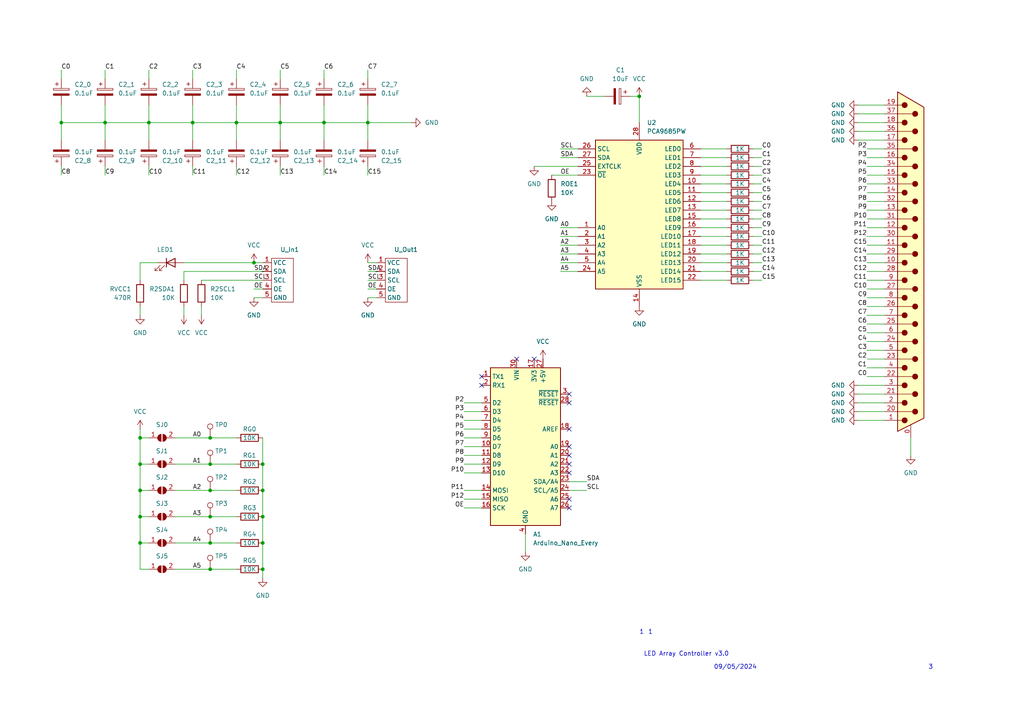
<source format=kicad_sch>
(kicad_sch (version 20230121) (generator eeschema)
  (paper "A4")
  (lib_symbols
    (symbol "Connector:DC37_Plug_MountingHoles" (pin_names (offset 1.016) hide)
      (property "Reference" "J" (at 0 52.705 0))
      (property "Value" "DC37_Plug_MountingHoles" (at 0 50.8 0))
      (symbol "DC37_Plug_MountingHoles_1_1"
        (pin passive line (at 0 -50.8 90) (length 3.81) (name "PAD") (number "0"))
        (pin passive line (at -7.62 -45.72 0) (length 3.81) (name "1") (number "1"))
        (pin passive line (at -7.62 0 0) (length 3.81) (name "10") (number "10"))
        (pin passive line (at -7.62 5.08 0) (length 3.81) (name "11") (number "11"))
        (pin passive line (at -7.62 10.16 0) (length 3.81) (name "12") (number "12"))
        (pin passive line (at -7.62 15.24 0) (length 3.81) (name "13") (number "13"))
        (pin passive line (at -7.62 20.32 0) (length 3.81) (name "14") (number "14"))
        (pin passive line (at -7.62 25.4 0) (length 3.81) (name "15") (number "15"))
        (pin passive line (at -7.62 30.48 0) (length 3.81) (name "16") (number "16"))
        (pin passive line (at -7.62 35.56 0) (length 3.81) (name "17") (number "17"))
        (pin passive line (at -7.62 40.64 0) (length 3.81) (name "18") (number "18"))
        (pin passive line (at -7.62 45.72 0) (length 3.81) (name "19") (number "19"))
        (pin passive line (at -7.62 -40.64 0) (length 3.81) (name "2") (number "2"))
        (pin passive line (at -7.62 -43.18 0) (length 3.81) (name "20") (number "20"))
        (pin passive line (at -7.62 -38.1 0) (length 3.81) (name "21") (number "21"))
        (pin passive line (at -7.62 -33.02 0) (length 3.81) (name "22") (number "22"))
        (pin passive line (at -7.62 -27.94 0) (length 3.81) (name "23") (number "23"))
        (pin passive line (at -7.62 -22.86 0) (length 3.81) (name "24") (number "24"))
        (pin passive line (at -7.62 -17.78 0) (length 3.81) (name "25") (number "25"))
        (pin passive line (at -7.62 -12.7 0) (length 3.81) (name "26") (number "26"))
        (pin passive line (at -7.62 -7.62 0) (length 3.81) (name "27") (number "27"))
        (pin passive line (at -7.62 -2.54 0) (length 3.81) (name "28") (number "28"))
        (pin passive line (at -7.62 2.54 0) (length 3.81) (name "29") (number "29"))
        (pin passive line (at -7.62 -35.56 0) (length 3.81) (name "3") (number "3"))
        (pin passive line (at -7.62 7.62 0) (length 3.81) (name "30") (number "30"))
        (pin passive line (at -7.62 12.7 0) (length 3.81) (name "31") (number "31"))
        (pin passive line (at -7.62 17.78 0) (length 3.81) (name "32") (number "32"))
        (pin passive line (at -7.62 22.86 0) (length 3.81) (name "33") (number "33"))
        (pin passive line (at -7.62 27.94 0) (length 3.81) (name "34") (number "34"))
        (pin passive line (at -7.62 33.02 0) (length 3.81) (name "35") (number "35"))
        (pin passive line (at -7.62 38.1 0) (length 3.81) (name "36") (number "36"))
        (pin passive line (at -7.62 43.18 0) (length 3.81) (name "37") (number "37"))
        (pin passive line (at -7.62 -30.48 0) (length 3.81) (name "4") (number "4"))
        (pin passive line (at -7.62 -25.4 0) (length 3.81) (name "5") (number "5"))
        (pin passive line (at -7.62 -20.32 0) (length 3.81) (name "6") (number "6"))
        (pin passive line (at -7.62 -15.24 0) (length 3.81) (name "7") (number "7"))
        (pin passive line (at -7.62 -10.16 0) (length 3.81) (name "8") (number "8"))
        (pin passive line (at -7.62 -5.08 0) (length 3.81) (name "9") (number "9"))
      )
    )
    (symbol "Connector:TestPoint" (pin_numbers hide) (pin_names (offset 0.762) hide)
      (property "Reference" "TP" (at 0 6.858 0))
      (property "Value" "TestPoint" (at 0 5.08 0))
      (symbol "TestPoint_1_1"
        (pin passive line (at 0 0 90) (length 2.54) (name "1") (number "1"))
      )
    )
    (symbol "Device:C_Polarized" (pin_numbers hide) (pin_names (offset 0.254))
      (property "Reference" "C" (at 0.635 2.54 0))
      (property "Value" "C_Polarized" (at 0.635 -2.54 0))
      (symbol "C_Polarized_1_1"
        (pin passive line (at 0 3.81 270) (length 2.794) (name "~") (number "1"))
        (pin passive line (at 0 -3.81 90) (length 2.794) (name "~") (number "2"))
      )
    )
    (symbol "Device:LED" (pin_numbers hide) (pin_names (offset 1.016) hide)
      (property "Reference" "D" (at 0 2.54 0))
      (property "Value" "LED" (at 0 -2.54 0))
      (symbol "LED_1_1"
        (pin passive line (at -3.81 0 0) (length 2.54) (name "K") (number "1"))
        (pin passive line (at 3.81 0 180) (length 2.54) (name "A") (number "2"))
      )
    )
    (symbol "Device:R" (pin_numbers hide) (pin_names (offset 0))
      (property "Reference" "R" (at 2.032 0 90))
      (property "Value" "R" (at 0 0 90))
      (symbol "R_1_1"
        (pin passive line (at 0 3.81 270) (length 1.27) (name "~") (number "1"))
        (pin passive line (at 0 -3.81 90) (length 1.27) (name "~") (number "2"))
      )
    )
    (symbol "Driver_LED:PCA9685PW"
      (property "Reference" "U" (at -12.7 22.225 0))
      (property "Value" "PCA9685PW" (at 1.27 22.225 0))
      (symbol "PCA9685PW_1_1"
        (pin input line (at -17.78 -5.08 0) (length 5.08) (name "A0") (number "1"))
        (pin output line (at 17.78 7.62 180) (length 5.08) (name "LED4") (number "10"))
        (pin output line (at 17.78 5.08 180) (length 5.08) (name "LED5") (number "11"))
        (pin output line (at 17.78 2.54 180) (length 5.08) (name "LED6") (number "12"))
        (pin output line (at 17.78 0 180) (length 5.08) (name "LED7") (number "13"))
        (pin power_in line (at 0 -27.94 90) (length 5.08) (name "VSS") (number "14"))
        (pin output line (at 17.78 -2.54 180) (length 5.08) (name "LED8") (number "15"))
        (pin output line (at 17.78 -5.08 180) (length 5.08) (name "LED9") (number "16"))
        (pin output line (at 17.78 -7.62 180) (length 5.08) (name "LED10") (number "17"))
        (pin output line (at 17.78 -10.16 180) (length 5.08) (name "LED11") (number "18"))
        (pin output line (at 17.78 -12.7 180) (length 5.08) (name "LED12") (number "19"))
        (pin input line (at -17.78 -7.62 0) (length 5.08) (name "A1") (number "2"))
        (pin output line (at 17.78 -15.24 180) (length 5.08) (name "LED13") (number "20"))
        (pin output line (at 17.78 -17.78 180) (length 5.08) (name "LED14") (number "21"))
        (pin output line (at 17.78 -20.32 180) (length 5.08) (name "LED15") (number "22"))
        (pin input line (at -17.78 10.16 0) (length 5.08) (name "~{OE}") (number "23"))
        (pin input line (at -17.78 -17.78 0) (length 5.08) (name "A5") (number "24"))
        (pin input line (at -17.78 12.7 0) (length 5.08) (name "EXTCLK") (number "25"))
        (pin input line (at -17.78 17.78 0) (length 5.08) (name "SCL") (number "26"))
        (pin bidirectional line (at -17.78 15.24 0) (length 5.08) (name "SDA") (number "27"))
        (pin power_in line (at 0 25.4 270) (length 5.08) (name "VDD") (number "28"))
        (pin input line (at -17.78 -10.16 0) (length 5.08) (name "A2") (number "3"))
        (pin input line (at -17.78 -12.7 0) (length 5.08) (name "A3") (number "4"))
        (pin input line (at -17.78 -15.24 0) (length 5.08) (name "A4") (number "5"))
        (pin output line (at 17.78 17.78 180) (length 5.08) (name "LED0") (number "6"))
        (pin output line (at 17.78 15.24 180) (length 5.08) (name "LED1") (number "7"))
        (pin output line (at 17.78 12.7 180) (length 5.08) (name "LED2") (number "8"))
        (pin output line (at 17.78 10.16 180) (length 5.08) (name "LED3") (number "9"))
      )
    )
    (symbol "Jumper:SolderJumper_2_Open" (pin_names (offset 0) hide)
      (property "Reference" "JP" (at 0 2.032 0))
      (property "Value" "SolderJumper_2_Open" (at 0 -2.54 0))
      (symbol "SolderJumper_2_Open_1_1"
        (pin passive line (at -3.81 0 0) (length 2.54) (name "A") (number "1"))
        (pin passive line (at 3.81 0 180) (length 2.54) (name "B") (number "2"))
      )
    )
    (symbol "MCU_Module:Arduino_Nano_Every"
      (property "Reference" "A" (at -10.16 23.495 0))
      (property "Value" "Arduino_Nano_Every" (at 5.08 -24.13 0))
      (symbol "Arduino_Nano_Every_1_1"
        (pin bidirectional line (at -12.7 20.32 0) (length 2.54) (name "TX1") (number "1"))
        (pin bidirectional line (at -12.7 0 0) (length 2.54) (name "D7") (number "10"))
        (pin bidirectional line (at -12.7 -2.54 0) (length 2.54) (name "D8") (number "11"))
        (pin bidirectional line (at -12.7 -5.08 0) (length 2.54) (name "D9") (number "12"))
        (pin bidirectional line (at -12.7 -7.62 0) (length 2.54) (name "D10") (number "13"))
        (pin bidirectional line (at -12.7 -12.7 0) (length 2.54) (name "MOSI") (number "14"))
        (pin bidirectional line (at -12.7 -15.24 0) (length 2.54) (name "MISO") (number "15"))
        (pin bidirectional line (at -12.7 -17.78 0) (length 2.54) (name "SCK") (number "16"))
        (pin power_out line (at 2.54 25.4 270) (length 2.54) (name "3V3") (number "17"))
        (pin input line (at 12.7 5.08 180) (length 2.54) (name "AREF") (number "18"))
        (pin bidirectional line (at 12.7 0 180) (length 2.54) (name "A0") (number "19"))
        (pin bidirectional line (at -12.7 17.78 0) (length 2.54) (name "RX1") (number "2"))
        (pin bidirectional line (at 12.7 -2.54 180) (length 2.54) (name "A1") (number "20"))
        (pin bidirectional line (at 12.7 -5.08 180) (length 2.54) (name "A2") (number "21"))
        (pin bidirectional line (at 12.7 -7.62 180) (length 2.54) (name "A3") (number "22"))
        (pin bidirectional line (at 12.7 -10.16 180) (length 2.54) (name "SDA/A4") (number "23"))
        (pin bidirectional line (at 12.7 -12.7 180) (length 2.54) (name "SCL/A5") (number "24"))
        (pin bidirectional line (at 12.7 -15.24 180) (length 2.54) (name "A6") (number "25"))
        (pin bidirectional line (at 12.7 -17.78 180) (length 2.54) (name "A7") (number "26"))
        (pin power_out line (at 5.08 25.4 270) (length 2.54) (name "+5V") (number "27"))
        (pin input line (at 12.7 12.7 180) (length 2.54) (name "~{RESET}") (number "28"))
        (pin passive line (at 0 -25.4 90) (length 2.54) hide (name "GND") (number "29"))
        (pin input line (at 12.7 15.24 180) (length 2.54) (name "~{RESET}") (number "3"))
        (pin power_in line (at -2.54 25.4 270) (length 2.54) (name "VIN") (number "30"))
        (pin power_in line (at 0 -25.4 90) (length 2.54) (name "GND") (number "4"))
        (pin bidirectional line (at -12.7 12.7 0) (length 2.54) (name "D2") (number "5"))
        (pin bidirectional line (at -12.7 10.16 0) (length 2.54) (name "D3") (number "6"))
        (pin bidirectional line (at -12.7 7.62 0) (length 2.54) (name "D4") (number "7"))
        (pin bidirectional line (at -12.7 5.08 0) (length 2.54) (name "D5") (number "8"))
        (pin bidirectional line (at -12.7 2.54 0) (length 2.54) (name "D6") (number "9"))
      )
    )
    (symbol "Nano-Driver-Components:Board-Connector"
      (property "Reference" "U" (at 0 10.16 0))
      (symbol "Board-Connector_1_1"
        (pin input line (at -2.54 2.54 0) (length 2.54) (name "VCC") (number "1"))
        (pin input line (at -2.54 0 0) (length 2.54) (name "SDA") (number "2"))
        (pin input line (at -2.54 -2.54 0) (length 2.54) (name "SCL") (number "3"))
        (pin input line (at -2.54 -5.08 0) (length 2.54) (name "OE") (number "4"))
        (pin power_in line (at -2.54 -7.62 0) (length 2.54) (name "GND") (number "5"))
      )
    )
    (symbol "power:GND" (power) (pin_names (offset 0))
      (property "Value" "GND" (at 0 -3.81 0))
      (symbol "GND_1_1"
        (pin power_in line (at 0 0 270) (length 0) hide (name "GND") (number "1"))
      )
    )
    (symbol "power:VCC" (power) (pin_names (offset 0))
      (property "Value" "VCC" (at 0 3.81 0))
      (symbol "VCC_1_1"
        (pin power_in line (at 0 0 90) (length 0) hide (name "VCC") (number "1"))
      )
    )
  )
  (junction (at 68.58 35.56))
  (junction (at 76.2 157.48))
  (junction (at 30.48 35.56))
  (junction (at 60.96 134.62))
  (junction (at 60.96 127))
  (junction (at 40.64 134.62))
  (junction (at 60.96 165.1))
  (junction (at 60.96 142.24))
  (junction (at 40.64 127))
  (junction (at 76.2 142.24))
  (junction (at 40.64 157.48))
  (junction (at 40.64 149.86))
  (junction (at 93.98 35.56))
  (junction (at 55.88 35.56))
  (junction (at 185.42 27.94))
  (junction (at 40.64 142.24))
  (junction (at 81.28 35.56))
  (junction (at 17.78 35.56))
  (junction (at 106.68 35.56))
  (junction (at 60.96 149.86))
  (junction (at 76.2 165.1))
  (junction (at 76.2 134.62))
  (junction (at 73.66 76.2))
  (junction (at 43.18 35.56))
  (junction (at 60.96 157.48))
  (junction (at 76.2 149.86))
  (no_connect (at 149.86 104.14))
  (no_connect (at 165.1 137.16))
  (no_connect (at 165.1 116.84))
  (no_connect (at 165.1 147.32))
  (no_connect (at 165.1 124.46))
  (no_connect (at 165.1 114.3))
  (no_connect (at 165.1 134.62))
  (no_connect (at 165.1 144.78))
  (no_connect (at 154.94 104.14))
  (no_connect (at 165.1 129.54))
  (no_connect (at 139.7 111.76))
  (no_connect (at 139.7 109.22))
  (no_connect (at 165.1 132.08))
  (wire (pts (xy 203.2 43.18) (xy 210.82 43.18)))
  (wire (pts (xy 220.98 63.5) (xy 218.44 63.5)))
  (wire (pts (xy 40.64 157.48) (xy 43.18 157.48)))
  (wire (pts (xy 53.34 91.44) (xy 53.34 88.9)))
  (wire (pts (xy 55.88 20.32) (xy 55.88 22.86)))
  (wire (pts (xy 81.28 20.32) (xy 81.28 22.86)))
  (wire (pts (xy 40.64 165.1) (xy 43.18 165.1)))
  (wire (pts (xy 50.8 127) (xy 60.96 127)))
  (wire (pts (xy 50.8 157.48) (xy 60.96 157.48)))
  (wire (pts (xy 248.92 111.76) (xy 256.54 111.76)))
  (wire (pts (xy 251.46 91.44) (xy 256.54 91.44)))
  (wire (pts (xy 251.46 60.96) (xy 256.54 60.96)))
  (wire (pts (xy 220.98 53.34) (xy 218.44 53.34)))
  (wire (pts (xy 251.46 109.22) (xy 256.54 109.22)))
  (wire (pts (xy 40.64 157.48) (xy 40.64 165.1)))
  (wire (pts (xy 106.68 76.2) (xy 109.22 76.2)))
  (wire (pts (xy 68.58 30.48) (xy 68.58 35.56)))
  (wire (pts (xy 53.34 78.74) (xy 76.2 78.74)))
  (wire (pts (xy 40.64 127) (xy 43.18 127)))
  (wire (pts (xy 162.56 45.72) (xy 167.64 45.72)))
  (wire (pts (xy 76.2 127) (xy 76.2 134.62)))
  (wire (pts (xy 248.92 30.48) (xy 256.54 30.48)))
  (wire (pts (xy 53.34 76.2) (xy 73.66 76.2)))
  (wire (pts (xy 251.46 86.36) (xy 256.54 86.36)))
  (wire (pts (xy 251.46 106.68) (xy 256.54 106.68)))
  (wire (pts (xy 251.46 43.18) (xy 256.54 43.18)))
  (wire (pts (xy 251.46 96.52) (xy 256.54 96.52)))
  (wire (pts (xy 68.58 165.1) (xy 60.96 165.1)))
  (wire (pts (xy 162.56 43.18) (xy 167.64 43.18)))
  (wire (pts (xy 134.62 121.92) (xy 139.7 121.92)))
  (wire (pts (xy 203.2 63.5) (xy 210.82 63.5)))
  (wire (pts (xy 251.46 63.5) (xy 256.54 63.5)))
  (wire (pts (xy 203.2 55.88) (xy 210.82 55.88)))
  (wire (pts (xy 162.56 78.74) (xy 167.64 78.74)))
  (wire (pts (xy 248.92 114.3) (xy 256.54 114.3)))
  (wire (pts (xy 220.98 45.72) (xy 218.44 45.72)))
  (wire (pts (xy 17.78 40.64) (xy 17.78 35.56)))
  (wire (pts (xy 134.62 137.16) (xy 139.7 137.16)))
  (wire (pts (xy 68.58 157.48) (xy 60.96 157.48)))
  (wire (pts (xy 220.98 78.74) (xy 218.44 78.74)))
  (wire (pts (xy 220.98 71.12) (xy 218.44 71.12)))
  (wire (pts (xy 203.2 68.58) (xy 210.82 68.58)))
  (wire (pts (xy 30.48 30.48) (xy 30.48 35.56)))
  (wire (pts (xy 81.28 50.8) (xy 81.28 48.26)))
  (wire (pts (xy 248.92 116.84) (xy 256.54 116.84)))
  (wire (pts (xy 93.98 30.48) (xy 93.98 35.56)))
  (wire (pts (xy 251.46 76.2) (xy 256.54 76.2)))
  (wire (pts (xy 162.56 68.58) (xy 167.64 68.58)))
  (wire (pts (xy 40.64 149.86) (xy 43.18 149.86)))
  (wire (pts (xy 220.98 48.26) (xy 218.44 48.26)))
  (wire (pts (xy 251.46 83.82) (xy 256.54 83.82)))
  (wire (pts (xy 55.88 30.48) (xy 55.88 35.56)))
  (wire (pts (xy 248.92 33.02) (xy 256.54 33.02)))
  (wire (pts (xy 220.98 66.04) (xy 218.44 66.04)))
  (wire (pts (xy 40.64 127) (xy 40.64 134.62)))
  (wire (pts (xy 203.2 48.26) (xy 210.82 48.26)))
  (wire (pts (xy 203.2 81.28) (xy 210.82 81.28)))
  (wire (pts (xy 68.58 149.86) (xy 60.96 149.86)))
  (wire (pts (xy 182.88 27.94) (xy 185.42 27.94)))
  (wire (pts (xy 264.16 132.08) (xy 264.16 127)))
  (wire (pts (xy 43.18 50.8) (xy 43.18 48.26)))
  (wire (pts (xy 76.2 134.62) (xy 76.2 142.24)))
  (wire (pts (xy 185.42 27.94) (xy 185.42 35.56)))
  (wire (pts (xy 93.98 20.32) (xy 93.98 22.86)))
  (wire (pts (xy 134.62 119.38) (xy 139.7 119.38)))
  (wire (pts (xy 50.8 142.24) (xy 60.96 142.24)))
  (wire (pts (xy 40.64 134.62) (xy 40.64 142.24)))
  (wire (pts (xy 248.92 119.38) (xy 256.54 119.38)))
  (wire (pts (xy 106.68 35.56) (xy 106.68 40.64)))
  (wire (pts (xy 203.2 50.8) (xy 210.82 50.8)))
  (wire (pts (xy 251.46 78.74) (xy 256.54 78.74)))
  (wire (pts (xy 162.56 73.66) (xy 167.64 73.66)))
  (wire (pts (xy 73.66 83.82) (xy 76.2 83.82)))
  (wire (pts (xy 43.18 30.48) (xy 43.18 35.56)))
  (wire (pts (xy 152.4 160.02) (xy 152.4 154.94)))
  (wire (pts (xy 76.2 157.48) (xy 76.2 165.1)))
  (wire (pts (xy 73.66 76.2) (xy 76.2 76.2)))
  (wire (pts (xy 203.2 58.42) (xy 210.82 58.42)))
  (wire (pts (xy 68.58 127) (xy 60.96 127)))
  (wire (pts (xy 162.56 66.04) (xy 167.64 66.04)))
  (wire (pts (xy 134.62 124.46) (xy 139.7 124.46)))
  (wire (pts (xy 203.2 71.12) (xy 210.82 71.12)))
  (wire (pts (xy 30.48 50.8) (xy 30.48 48.26)))
  (wire (pts (xy 203.2 53.34) (xy 210.82 53.34)))
  (wire (pts (xy 134.62 129.54) (xy 139.7 129.54)))
  (wire (pts (xy 50.8 149.86) (xy 60.96 149.86)))
  (wire (pts (xy 17.78 30.48) (xy 17.78 35.56)))
  (wire (pts (xy 106.68 20.32) (xy 106.68 22.86)))
  (wire (pts (xy 81.28 35.56) (xy 93.98 35.56)))
  (wire (pts (xy 106.68 50.8) (xy 106.68 48.26)))
  (wire (pts (xy 220.98 81.28) (xy 218.44 81.28)))
  (wire (pts (xy 251.46 73.66) (xy 256.54 73.66)))
  (wire (pts (xy 68.58 142.24) (xy 60.96 142.24)))
  (wire (pts (xy 68.58 50.8) (xy 68.58 48.26)))
  (wire (pts (xy 30.48 35.56) (xy 43.18 35.56)))
  (wire (pts (xy 203.2 78.74) (xy 210.82 78.74)))
  (wire (pts (xy 220.98 50.8) (xy 218.44 50.8)))
  (wire (pts (xy 203.2 76.2) (xy 210.82 76.2)))
  (wire (pts (xy 43.18 20.32) (xy 43.18 22.86)))
  (wire (pts (xy 68.58 20.32) (xy 68.58 22.86)))
  (wire (pts (xy 40.64 91.44) (xy 40.64 88.9)))
  (wire (pts (xy 68.58 134.62) (xy 60.96 134.62)))
  (wire (pts (xy 76.2 149.86) (xy 76.2 157.48)))
  (wire (pts (xy 134.62 132.08) (xy 139.7 132.08)))
  (wire (pts (xy 106.68 35.56) (xy 119.38 35.56)))
  (wire (pts (xy 106.68 78.74) (xy 109.22 78.74)))
  (wire (pts (xy 154.94 48.26) (xy 167.64 48.26)))
  (wire (pts (xy 68.58 35.56) (xy 81.28 35.56)))
  (wire (pts (xy 251.46 50.8) (xy 256.54 50.8)))
  (wire (pts (xy 43.18 35.56) (xy 43.18 40.64)))
  (wire (pts (xy 106.68 81.28) (xy 109.22 81.28)))
  (wire (pts (xy 251.46 71.12) (xy 256.54 71.12)))
  (wire (pts (xy 40.64 142.24) (xy 43.18 142.24)))
  (wire (pts (xy 81.28 35.56) (xy 81.28 40.64)))
  (wire (pts (xy 251.46 81.28) (xy 256.54 81.28)))
  (wire (pts (xy 17.78 35.56) (xy 30.48 35.56)))
  (wire (pts (xy 134.62 134.62) (xy 139.7 134.62)))
  (wire (pts (xy 220.98 43.18) (xy 218.44 43.18)))
  (wire (pts (xy 251.46 104.14) (xy 256.54 104.14)))
  (wire (pts (xy 251.46 93.98) (xy 256.54 93.98)))
  (wire (pts (xy 55.88 50.8) (xy 55.88 48.26)))
  (wire (pts (xy 93.98 35.56) (xy 93.98 40.64)))
  (wire (pts (xy 220.98 58.42) (xy 218.44 58.42)))
  (wire (pts (xy 220.98 55.88) (xy 218.44 55.88)))
  (wire (pts (xy 50.8 134.62) (xy 60.96 134.62)))
  (wire (pts (xy 53.34 78.74) (xy 53.34 81.28)))
  (wire (pts (xy 251.46 55.88) (xy 256.54 55.88)))
  (wire (pts (xy 68.58 35.56) (xy 68.58 40.64)))
  (wire (pts (xy 40.64 81.28) (xy 40.64 76.2)))
  (wire (pts (xy 76.2 142.24) (xy 76.2 149.86)))
  (wire (pts (xy 30.48 20.32) (xy 30.48 22.86)))
  (wire (pts (xy 17.78 20.32) (xy 17.78 22.86)))
  (wire (pts (xy 251.46 99.06) (xy 256.54 99.06)))
  (wire (pts (xy 160.02 50.8) (xy 167.64 50.8)))
  (wire (pts (xy 40.64 76.2) (xy 45.72 76.2)))
  (wire (pts (xy 165.1 139.7) (xy 170.18 139.7)))
  (wire (pts (xy 203.2 66.04) (xy 210.82 66.04)))
  (wire (pts (xy 203.2 45.72) (xy 210.82 45.72)))
  (wire (pts (xy 134.62 144.78) (xy 139.7 144.78)))
  (wire (pts (xy 220.98 60.96) (xy 218.44 60.96)))
  (wire (pts (xy 165.1 142.24) (xy 170.18 142.24)))
  (wire (pts (xy 40.64 149.86) (xy 40.64 157.48)))
  (wire (pts (xy 76.2 165.1) (xy 76.2 167.64)))
  (wire (pts (xy 251.46 45.72) (xy 256.54 45.72)))
  (wire (pts (xy 248.92 40.64) (xy 256.54 40.64)))
  (wire (pts (xy 251.46 53.34) (xy 256.54 53.34)))
  (wire (pts (xy 134.62 147.32) (xy 139.7 147.32)))
  (wire (pts (xy 50.8 165.1) (xy 60.96 165.1)))
  (wire (pts (xy 248.92 121.92) (xy 256.54 121.92)))
  (wire (pts (xy 40.64 134.62) (xy 43.18 134.62)))
  (wire (pts (xy 251.46 101.6) (xy 256.54 101.6)))
  (wire (pts (xy 106.68 86.36) (xy 109.22 86.36)))
  (wire (pts (xy 106.68 83.82) (xy 109.22 83.82)))
  (wire (pts (xy 220.98 73.66) (xy 218.44 73.66)))
  (wire (pts (xy 251.46 58.42) (xy 256.54 58.42)))
  (wire (pts (xy 251.46 66.04) (xy 256.54 66.04)))
  (wire (pts (xy 55.88 35.56) (xy 68.58 35.56)))
  (wire (pts (xy 203.2 60.96) (xy 210.82 60.96)))
  (wire (pts (xy 73.66 86.36) (xy 76.2 86.36)))
  (wire (pts (xy 30.48 35.56) (xy 30.48 40.64)))
  (wire (pts (xy 17.78 50.8) (xy 17.78 48.26)))
  (wire (pts (xy 55.88 35.56) (xy 55.88 40.64)))
  (wire (pts (xy 251.46 88.9) (xy 256.54 88.9)))
  (wire (pts (xy 81.28 30.48) (xy 81.28 35.56)))
  (wire (pts (xy 40.64 124.46) (xy 40.64 127)))
  (wire (pts (xy 93.98 50.8) (xy 93.98 48.26)))
  (wire (pts (xy 248.92 38.1) (xy 256.54 38.1)))
  (wire (pts (xy 251.46 48.26) (xy 256.54 48.26)))
  (wire (pts (xy 251.46 68.58) (xy 256.54 68.58)))
  (wire (pts (xy 134.62 142.24) (xy 139.7 142.24)))
  (wire (pts (xy 203.2 73.66) (xy 210.82 73.66)))
  (wire (pts (xy 220.98 76.2) (xy 218.44 76.2)))
  (wire (pts (xy 134.62 116.84) (xy 139.7 116.84)))
  (wire (pts (xy 162.56 71.12) (xy 167.64 71.12)))
  (wire (pts (xy 170.18 27.94) (xy 175.26 27.94)))
  (wire (pts (xy 40.64 142.24) (xy 40.64 149.86)))
  (wire (pts (xy 106.68 30.48) (xy 106.68 35.56)))
  (wire (pts (xy 58.42 81.28) (xy 76.2 81.28)))
  (wire (pts (xy 58.42 91.44) (xy 58.42 88.9)))
  (wire (pts (xy 43.18 35.56) (xy 55.88 35.56)))
  (wire (pts (xy 248.92 35.56) (xy 256.54 35.56)))
  (wire (pts (xy 162.56 76.2) (xy 167.64 76.2)))
  (wire (pts (xy 134.62 127) (xy 139.7 127)))
  (wire (pts (xy 220.98 68.58) (xy 218.44 68.58)))
  (wire (pts (xy 93.98 35.56) (xy 106.68 35.56)))
  (text "1" (at 187.96 184.15 0) (effects (font (size 1.27 1.27)) (justify left bottom)))
  (text "1" (at 185.42 184.15 0) (effects (font (size 1.27 1.27)) (justify left bottom)))
  (text "09/05/2024" (at 207.01 194.31 0) (effects (font (size 1.27 1.27)) (justify left bottom)))
  (text "3" (at 269.24 194.31 0) (effects (font (size 1.27 1.27)) (justify left bottom)))
  (text "LED Array Controller v3.0" (at 186.69 190.5 0) (effects (font (size 1.27 1.27)) (justify left bottom)))
  (label "C14" (at 93.98 50.8 0) (property "Netclass" "C14" (effects hide)))
  (label "C6" (at 251.46 93.98 180) (property "Netclass" "C6" (effects hide)))
  (label "C8" (at 220.98 63.5 0) (property "Netclass" "C8" (effects hide)))
  (label "OE" (at 134.62 147.32 180) (property "Netclass" "OE" (effects hide)))
  (label "C7" (at 220.98 60.96 0) (property "Netclass" "C7" (effects hide)))
  (label "P11" (at 134.62 142.24 180) (property "Netclass" "P11" (effects hide)))
  (label "P3" (at 134.62 119.38 180) (property "Netclass" "P3" (effects hide)))
  (label "A1" (at 162.56 68.58 0) (property "A1" "A1" (effects hide)))
  (label "C10" (at 43.18 50.8 0) (property "Netclass" "C10" (effects hide)))
  (label "SCL" (at 170.18 142.24 0) (property "Netclass" "SCL" (effects hide)))
  (label "P8" (at 251.46 58.42 180) (property "Netclass" "P8" (effects hide)))
  (label "SCL" (at 106.68 81.28 0) (property "Netclass" "SCL" (effects hide)))
  (label "C3" (at 251.46 101.6 180) (property "Netclass" "C3" (effects hide)))
  (label "P8" (at 134.62 132.08 180) (property "Netclass" "P8" (effects hide)))
  (label "C4" (at 68.58 20.32 0) (property "Netclass" "C4" (effects hide)))
  (label "C15" (at 220.98 81.28 0) (property "Netclass" "C15" (effects hide)))
  (label "A4" (at 55.88 157.48 0) (property "A4" "A4" (effects hide)))
  (label "C8" (at 17.78 50.8 0) (property "Netclass" "C8" (effects hide)))
  (label "SCL" (at 162.56 43.18 0) (property "Netclass" "SCL" (effects hide)))
  (label "A0" (at 162.56 66.04 0) (property "A0" "A0" (effects hide)))
  (label "SDA" (at 106.68 78.74 0) (property "Netclass" "SDA" (effects hide)))
  (label "OE" (at 162.56 50.8 0) (property "Netclass" "OE" (effects hide)))
  (label "C1" (at 30.48 20.32 0) (property "Netclass" "C1" (effects hide)))
  (label "A1" (at 55.88 134.62 0) (property "A1" "A1" (effects hide)))
  (label "C2" (at 251.46 104.14 180) (property "Netclass" "C2" (effects hide)))
  (label "C3" (at 220.98 50.8 0) (property "Netclass" "C3" (effects hide)))
  (label "C11" (at 251.46 81.28 180) (property "Netclass" "C11" (effects hide)))
  (label "P5" (at 251.46 50.8 180) (property "Netclass" "P5" (effects hide)))
  (label "P2" (at 251.46 43.18 180) (property "Netclass" "P2" (effects hide)))
  (label "A5" (at 162.56 78.74 0) (property "A5" "A5" (effects hide)))
  (label "A0" (at 55.88 127 0) (property "A0" "A0" (effects hide)))
  (label "A2" (at 55.88 142.24 0) (property "A2" "A2" (effects hide)))
  (label "P10" (at 251.46 63.5 180) (property "Netclass" "P10" (effects hide)))
  (label "P9" (at 251.46 60.96 180) (property "Netclass" "P9" (effects hide)))
  (label "P2" (at 134.62 116.84 180) (property "Netclass" "P2" (effects hide)))
  (label "C0" (at 17.78 20.32 0) (property "Netclass" "C0" (effects hide)))
  (label "C11" (at 220.98 71.12 0) (property "Netclass" "C11" (effects hide)))
  (label "OE" (at 106.68 83.82 0) (property "Netclass" "OE" (effects hide)))
  (label "C9" (at 220.98 66.04 0) (property "Netclass" "C9" (effects hide)))
  (label "P11" (at 251.46 66.04 180) (property "Netclass" "P11" (effects hide)))
  (label "P12" (at 251.46 68.58 180) (property "Netclass" "P12" (effects hide)))
  (label "C7" (at 251.46 91.44 180) (property "Netclass" "C7" (effects hide)))
  (label "A2" (at 162.56 71.12 0) (property "A2" "A2" (effects hide)))
  (label "A3" (at 55.88 149.86 0) (property "A3" "A3" (effects hide)))
  (label "A5" (at 55.88 165.1 0) (property "A5" "A5" (effects hide)))
  (label "C6" (at 93.98 20.32 0) (property "Netclass" "C6" (effects hide)))
  (label "C12" (at 68.58 50.8 0) (property "Netclass" "C12" (effects hide)))
  (label "C10" (at 220.98 68.58 0) (property "Netclass" "C10" (effects hide)))
  (label "P7" (at 251.46 55.88 180) (property "Netclass" "P7" (effects hide)))
  (label "C9" (at 251.46 86.36 180) (property "Netclass" "C9" (effects hide)))
  (label "C3" (at 55.88 20.32 0) (property "Netclass" "C3" (effects hide)))
  (label "C14" (at 220.98 78.74 0) (property "Netclass" "C14" (effects hide)))
  (label "C4" (at 251.46 99.06 180) (property "Netclass" "C4" (effects hide)))
  (label "SDA" (at 162.56 45.72 0) (property "Netclass" "SDA" (effects hide)))
  (label "P12" (at 134.62 144.78 180) (property "Netclass" "P12" (effects hide)))
  (label "C9" (at 30.48 50.8 0) (property "Netclass" "C9" (effects hide)))
  (label "C0" (at 220.98 43.18 0) (property "Netclass" "C0" (effects hide)))
  (label "C13" (at 251.46 76.2 180) (property "Netclass" "C13" (effects hide)))
  (label "C5" (at 251.46 96.52 180) (property "Netclass" "C5" (effects hide)))
  (label "P6" (at 134.62 127 180) (property "Netclass" "P6" (effects hide)))
  (label "SDA" (at 73.66 78.74 0) (property "Netclass" "SDA" (effects hide)))
  (label "C2" (at 220.98 48.26 0) (property "Netclass" "C2" (effects hide)))
  (label "C10" (at 251.46 83.82 180) (property "Netclass" "C10" (effects hide)))
  (label "C15" (at 106.68 50.8 0) (property "Netclass" "C15" (effects hide)))
  (label "C0" (at 251.46 109.22 180) (property "Netclass" "C0" (effects hide)))
  (label "C2" (at 43.18 20.32 0) (property "Netclass" "C2" (effects hide)))
  (label "P4" (at 251.46 48.26 180) (property "Netclass" "P4" (effects hide)))
  (label "A4" (at 162.56 76.2 0) (property "A4" "A4" (effects hide)))
  (label "P9" (at 134.62 134.62 180) (property "Netclass" "P9" (effects hide)))
  (label "SCL" (at 73.66 81.28 0) (property "Netclass" "SCL" (effects hide)))
  (label "C1" (at 220.98 45.72 0) (property "Netclass" "C1" (effects hide)))
  (label "C4" (at 220.98 53.34 0) (property "Netclass" "C4" (effects hide)))
  (label "C11" (at 55.88 50.8 0) (property "Netclass" "C11" (effects hide)))
  (label "P10" (at 134.62 137.16 180) (property "Netclass" "P10" (effects hide)))
  (label "P4" (at 134.62 121.92 180) (property "Netclass" "P4" (effects hide)))
  (label "C5" (at 220.98 55.88 0) (property "Netclass" "C5" (effects hide)))
  (label "C6" (at 220.98 58.42 0) (property "Netclass" "C6" (effects hide)))
  (label "P7" (at 134.62 129.54 180) (property "Netclass" "P7" (effects hide)))
  (label "SDA" (at 170.18 139.7 0) (property "Netclass" "SDA" (effects hide)))
  (label "C13" (at 220.98 76.2 0) (property "Netclass" "C13" (effects hide)))
  (label "C13" (at 81.28 50.8 0) (property "Netclass" "C13" (effects hide)))
  (label "C14" (at 251.46 73.66 180) (property "Netclass" "C14" (effects hide)))
  (label "A3" (at 162.56 73.66 0) (property "A3" "A3" (effects hide)))
  (label "P5" (at 134.62 124.46 180) (property "Netclass" "P5" (effects hide)))
  (label "C15" (at 251.46 71.12 180) (property "Netclass" "C15" (effects hide)))
  (label "P3" (at 251.46 45.72 180) (property "Netclass" "P3" (effects hide)))
  (label "C8" (at 251.46 88.9 180) (property "Netclass" "C8" (effects hide)))
  (label "P6" (at 251.46 53.34 180) (property "Netclass" "P6" (effects hide)))
  (label "C5" (at 81.28 20.32 0) (property "Netclass" "C5" (effects hide)))
  (label "C12" (at 251.46 78.74 180) (property "Netclass" "C12" (effects hide)))
  (label "OE" (at 73.66 83.82 0) (property "Netclass" "OE" (effects hide)))
  (label "C1" (at 251.46 106.68 180) (property "Netclass" "C1" (effects hide)))
  (label "C12" (at 220.98 73.66 0) (property "Netclass" "C12" (effects hide)))
  (label "C7" (at 106.68 20.32 0) (property "Netclass" "C7" (effects hide)))
  (symbol (lib_id "Jumper:SolderJumper_2_Open") (at 46.99 127 0) (unit 1)
    (property "Reference" "SJ0" (at 46.99 123.19 0))
    (property "Value" "SolderJumper_2_Open" (effects hide))
    (property "Footprint" "Jumper:SolderJumper-2_P1.3mm_Open_RoundedPad1.0x1.5mm" (effects hide))
  )
  (symbol (lib_id "Device:R") (at 214.63 55.88 90) (unit 1)
    (property "Reference" "R5" (effects hide))
    (property "Value" "1K" (at 214.63 55.88 90))
    (property "Footprint" "Resistor_SMD:R_0603_1608Metric" (effects hide))
  )
  (symbol (lib_id "MCU_Module:Arduino_Nano_Every") (at 152.4 129.54 0) (unit 1)
    (property "Reference" "A1" (at 154.5941 154.94 0) (effects (justify left)))
    (property "Value" "Arduino_Nano_Every" (at 154.5941 157.48 0) (effects (justify left)))
    (property "Footprint" "Module:Arduino_Nano" (effects hide))
    (property "Datasheet" "https://content.arduino.cc/assets/NANOEveryV3.0_sch.pdf" (effects hide))
  )
  (symbol (lib_id "Connector:TestPoint") (at 60.96 157.48 0) (mirror y) (unit 1)
    (property "Reference" "TP4" (at 66.04 153.67 0) (effects (justify left)))
    (property "Value" "TestPoint" (effects hide))
    (property "Footprint" "TestPoint:TestPoint_THTPad_1.5x1.5mm_Drill0.7mm" (effects hide))
  )
  (symbol (lib_id "power:GND") (at 154.94 48.26 0) (unit 1)
    (property "Reference" "#PWR013" (effects hide))
    (property "Value" "GND" (at 154.94 53.34 0))
  )
  (symbol (lib_id "Device:C_Polarized") (at 93.98 26.67 0) (unit 1)
    (property "Reference" "C2_6" (at 97.79 24.511 0) (effects (justify left)))
    (property "Value" "0.1uF" (at 97.79 27.051 0) (effects (justify left)))
    (property "Footprint" "Capacitor_THT:CP_Radial_D8.0mm_P2.50mm" (effects hide))
  )
  (symbol (lib_id "Device:C_Polarized") (at 30.48 44.45 0) (mirror x) (unit 1)
    (property "Reference" "C2_9" (at 34.29 46.609 0) (effects (justify left)))
    (property "Value" "0.1uF" (at 34.29 44.069 0) (effects (justify left)))
    (property "Footprint" "Capacitor_THT:CP_Radial_D8.0mm_P2.50mm" (effects hide))
  )
  (symbol (lib_id "power:GND") (at 73.66 86.36 0) (unit 1)
    (property "Reference" "#PWR025" (effects hide))
    (property "Value" "GND" (at 73.66 91.44 0))
  )
  (symbol (lib_id "Device:C_Polarized") (at 81.28 44.45 0) (mirror x) (unit 1)
    (property "Reference" "C2_13" (at 85.09 46.609 0) (effects (justify left)))
    (property "Value" "0.1uF" (at 85.09 44.069 0) (effects (justify left)))
    (property "Footprint" "Capacitor_THT:CP_Radial_D8.0mm_P2.50mm" (effects hide))
  )
  (symbol (lib_id "Device:R") (at 72.39 142.24 270) (unit 1)
    (property "Reference" "RG2" (at 72.39 139.7 90))
    (property "Value" "10K" (at 72.39 142.24 90))
    (property "Footprint" "Resistor_SMD:R_0603_1608Metric" (effects hide))
  )
  (symbol (lib_id "power:GND") (at 248.92 30.48 270) (unit 1)
    (property "Reference" "#PWR03" (effects hide))
    (property "Value" "GND" (at 245.11 30.48 90) (effects (justify right)))
  )
  (symbol (lib_id "Device:C_Polarized") (at 43.18 44.45 0) (mirror x) (unit 1)
    (property "Reference" "C2_10" (at 46.99 46.609 0) (effects (justify left)))
    (property "Value" "0.1uF" (at 46.99 44.069 0) (effects (justify left)))
    (property "Footprint" "Capacitor_THT:CP_Radial_D8.0mm_P2.50mm" (effects hide))
  )
  (symbol (lib_id "Device:R") (at 214.63 58.42 90) (unit 1)
    (property "Reference" "R6" (effects hide))
    (property "Value" "1K" (at 214.63 58.42 90))
    (property "Footprint" "Resistor_SMD:R_0603_1608Metric" (effects hide))
  )
  (symbol (lib_id "Connector:TestPoint") (at 60.96 127 0) (mirror y) (unit 1)
    (property "Reference" "TP0" (at 66.04 123.19 0) (effects (justify left)))
    (property "Value" "TestPoint" (effects hide))
    (property "Footprint" "TestPoint:TestPoint_THTPad_1.5x1.5mm_Drill0.7mm" (effects hide))
  )
  (symbol (lib_id "Device:R") (at 72.39 165.1 270) (unit 1)
    (property "Reference" "RG5" (at 72.39 162.56 90))
    (property "Value" "10K" (at 72.39 165.1 90))
    (property "Footprint" "Resistor_SMD:R_0603_1608Metric" (effects hide))
  )
  (symbol (lib_id "Device:C_Polarized") (at 68.58 44.45 0) (mirror x) (unit 1)
    (property "Reference" "C2_12" (at 72.39 46.609 0) (effects (justify left)))
    (property "Value" "0.1uF" (at 72.39 44.069 0) (effects (justify left)))
    (property "Footprint" "Capacitor_THT:CP_Radial_D8.0mm_P2.50mm" (effects hide))
  )
  (symbol (lib_id "power:GND") (at 248.92 114.3 270) (unit 1)
    (property "Reference" "#PWR012" (effects hide))
    (property "Value" "GND" (at 245.11 114.3 90) (effects (justify right)))
  )
  (symbol (lib_id "power:VCC") (at 53.34 91.44 0) (mirror x) (unit 1)
    (property "Reference" "#PWR030" (effects hide))
    (property "Value" "VCC" (at 53.34 96.52 0))
  )
  (symbol (lib_id "power:VCC") (at 106.68 76.2 0) (unit 1)
    (property "Reference" "#PWR027" (effects hide))
    (property "Value" "VCC" (at 106.68 71.12 0))
  )
  (symbol (lib_id "Device:R") (at 214.63 71.12 90) (unit 1)
    (property "Reference" "R11" (effects hide))
    (property "Value" "1K" (at 214.63 71.12 90))
    (property "Footprint" "Resistor_SMD:R_0603_1608Metric" (effects hide))
  )
  (symbol (lib_id "Jumper:SolderJumper_2_Open") (at 46.99 142.24 0) (unit 1)
    (property "Reference" "SJ2" (at 46.99 138.43 0))
    (property "Value" "SolderJumper_2_Open" (effects hide))
    (property "Footprint" "Jumper:SolderJumper-2_P1.3mm_Open_RoundedPad1.0x1.5mm" (effects hide))
  )
  (symbol (lib_id "power:VCC") (at 73.66 76.2 0) (unit 1)
    (property "Reference" "#PWR026" (effects hide))
    (property "Value" "VCC" (at 73.66 71.12 0))
  )
  (symbol (lib_id "Driver_LED:PCA9685PW") (at 185.42 60.96 0) (unit 1)
    (property "Reference" "U2" (at 187.6141 35.56 0) (effects (justify left)))
    (property "Value" "PCA9685PW" (at 187.6141 38.1 0) (effects (justify left)))
    (property "Footprint" "Package_SO:TSSOP-28_4.4x9.7mm_P0.65mm" (effects hide))
    (property "Datasheet" "http://www.nxp.com/docs/en/data-sheet/PCA9685.pdf" (effects hide))
  )
  (symbol (lib_id "Device:R") (at 214.63 53.34 90) (unit 1)
    (property "Reference" "R4" (effects hide))
    (property "Value" "1K" (at 214.63 53.34 90))
    (property "Footprint" "Resistor_SMD:R_0603_1608Metric" (effects hide))
  )
  (symbol (lib_id "power:GND") (at 106.68 86.36 0) (unit 1)
    (property "Reference" "#PWR028" (effects hide))
    (property "Value" "GND" (at 106.68 91.44 0))
  )
  (symbol (lib_id "Device:R") (at 72.39 157.48 270) (unit 1)
    (property "Reference" "RG4" (at 72.39 154.94 90))
    (property "Value" "10K" (at 72.39 157.48 90))
    (property "Footprint" "Resistor_SMD:R_0603_1608Metric" (effects hide))
  )
  (symbol (lib_id "Device:R") (at 214.63 43.18 90) (unit 1)
    (property "Reference" "R0" (effects hide))
    (property "Value" "1K" (at 214.63 43.18 90))
    (property "Footprint" "Resistor_SMD:R_0603_1608Metric" (effects hide))
  )
  (symbol (lib_id "Device:R") (at 214.63 50.8 90) (unit 1)
    (property "Reference" "R3" (effects hide))
    (property "Value" "1K" (at 214.63 50.8 90))
    (property "Footprint" "Resistor_SMD:R_0603_1608Metric" (effects hide))
  )
  (symbol (lib_id "Device:R") (at 214.63 45.72 90) (unit 1)
    (property "Reference" "R1" (effects hide))
    (property "Value" "1K" (at 214.63 45.72 90))
    (property "Footprint" "Resistor_SMD:R_0603_1608Metric" (effects hide))
  )
  (symbol (lib_id "Device:R") (at 72.39 127 270) (unit 1)
    (property "Reference" "RG0" (at 72.39 124.46 90))
    (property "Value" "10K" (at 72.39 127 90))
    (property "Footprint" "Resistor_SMD:R_0603_1608Metric" (effects hide))
  )
  (symbol (lib_id "power:GND") (at 264.16 132.08 0) (unit 1)
    (property "Reference" "#PWR020" (effects hide))
    (property "Value" "GND" (at 264.16 137.16 0))
  )
  (symbol (lib_id "Connector:TestPoint") (at 60.96 134.62 0) (mirror y) (unit 1)
    (property "Reference" "TP1" (at 66.04 130.81 0) (effects (justify left)))
    (property "Value" "TestPoint" (effects hide))
    (property "Footprint" "TestPoint:TestPoint_THTPad_1.5x1.5mm_Drill0.7mm" (effects hide))
  )
  (symbol (lib_id "Nano-Driver-Components:Board-Connector") (at 111.76 78.74 0) (unit 1)
    (property "Reference" "U_Out1" (at 114.3 72.39 0) (effects (justify left)))
    (property "Value" "~" (at 109.22 78.74 0))
    (property "Footprint" "Nano-Driver:Board_Connector" (effects hide))
  )
  (symbol (lib_id "Device:C_Polarized") (at 17.78 26.67 0) (unit 1)
    (property "Reference" "C2_0" (at 21.59 24.511 0) (effects (justify left)))
    (property "Value" "0.1uF" (at 21.59 27.051 0) (effects (justify left)))
    (property "Footprint" "Capacitor_THT:CP_Radial_D8.0mm_P2.50mm" (effects hide))
  )
  (symbol (lib_id "power:GND") (at 76.2 167.64 0) (unit 1)
    (property "Reference" "#PWR02" (effects hide))
    (property "Value" "GND" (at 76.2 172.72 0))
  )
  (symbol (lib_id "Connector:TestPoint") (at 60.96 142.24 0) (mirror y) (unit 1)
    (property "Reference" "TP2" (at 66.04 138.43 0) (effects (justify left)))
    (property "Value" "TestPoint" (effects hide))
    (property "Footprint" "TestPoint:TestPoint_THTPad_1.5x1.5mm_Drill0.7mm" (effects hide))
  )
  (symbol (lib_id "Device:C_Polarized") (at 68.58 26.67 0) (unit 1)
    (property "Reference" "C2_4" (at 72.39 24.511 0) (effects (justify left)))
    (property "Value" "0.1uF" (at 72.39 27.051 0) (effects (justify left)))
    (property "Footprint" "Capacitor_THT:CP_Radial_D8.0mm_P2.50mm" (effects hide))
  )
  (symbol (lib_id "Device:R") (at 214.63 66.04 90) (unit 1)
    (property "Reference" "R9" (effects hide))
    (property "Value" "1K" (at 214.63 66.04 90))
    (property "Footprint" "Resistor_SMD:R_0603_1608Metric" (effects hide))
  )
  (symbol (lib_id "power:GND") (at 248.92 121.92 270) (unit 1)
    (property "Reference" "#PWR019" (effects hide))
    (property "Value" "GND" (at 245.11 121.92 90) (effects (justify right)))
  )
  (symbol (lib_id "Jumper:SolderJumper_2_Open") (at 46.99 134.62 0) (unit 1)
    (property "Reference" "SJ1" (at 46.99 130.81 0))
    (property "Value" "SolderJumper_2_Open" (effects hide))
    (property "Footprint" "Jumper:SolderJumper-2_P1.3mm_Open_RoundedPad1.0x1.5mm" (effects hide))
  )
  (symbol (lib_id "power:GND") (at 248.92 111.76 270) (unit 1)
    (property "Reference" "#PWR011" (effects hide))
    (property "Value" "GND" (at 245.11 111.76 90) (effects (justify right)))
  )
  (symbol (lib_id "Device:R") (at 214.63 48.26 90) (unit 1)
    (property "Reference" "R2" (effects hide))
    (property "Value" "1K" (at 214.63 48.26 90))
    (property "Footprint" "Resistor_SMD:R_0603_1608Metric" (effects hide))
  )
  (symbol (lib_id "Device:R") (at 214.63 78.74 90) (unit 1)
    (property "Reference" "R14" (effects hide))
    (property "Value" "1K" (at 214.63 78.74 90))
    (property "Footprint" "Resistor_SMD:R_0603_1608Metric" (effects hide))
  )
  (symbol (lib_id "power:GND") (at 170.18 27.94 180) (unit 1)
    (property "Reference" "#PWR015" (effects hide))
    (property "Value" "GND" (at 170.18 22.86 0))
  )
  (symbol (lib_id "Device:C_Polarized") (at 43.18 26.67 0) (unit 1)
    (property "Reference" "C2_2" (at 46.99 24.511 0) (effects (justify left)))
    (property "Value" "0.1uF" (at 46.99 27.051 0) (effects (justify left)))
    (property "Footprint" "Capacitor_THT:CP_Radial_D8.0mm_P2.50mm" (effects hide))
  )
  (symbol (lib_id "Device:R") (at 214.63 68.58 90) (unit 1)
    (property "Reference" "R10" (effects hide))
    (property "Value" "1K" (at 214.63 68.58 90))
    (property "Footprint" "Resistor_SMD:R_0603_1608Metric" (effects hide))
  )
  (symbol (lib_id "Jumper:SolderJumper_2_Open") (at 46.99 157.48 0) (unit 1)
    (property "Reference" "SJ4" (at 46.99 153.67 0))
    (property "Value" "SolderJumper_2_Open" (effects hide))
    (property "Footprint" "Jumper:SolderJumper-2_P1.3mm_Open_RoundedPad1.0x1.5mm" (effects hide))
  )
  (symbol (lib_id "Device:R") (at 160.02 54.61 0) (unit 1)
    (property "Reference" "ROE1" (at 162.56 53.34 0) (effects (justify left)))
    (property "Value" "10K" (at 162.56 55.88 0) (effects (justify left)))
    (property "Footprint" "Resistor_SMD:R_0603_1608Metric" (effects hide))
  )
  (symbol (lib_id "power:GND") (at 248.92 119.38 270) (unit 1)
    (property "Reference" "#PWR018" (effects hide))
    (property "Value" "GND" (at 245.11 119.38 90) (effects (justify right)))
  )
  (symbol (lib_id "power:GND") (at 185.42 88.9 0) (unit 1)
    (property "Reference" "#PWR021" (effects hide))
    (property "Value" "GND" (at 185.42 93.98 0))
  )
  (symbol (lib_id "power:GND") (at 119.38 35.56 90) (unit 1)
    (property "Reference" "#PWR010" (effects hide))
    (property "Value" "GND" (at 123.19 35.56 90) (effects (justify right)))
  )
  (symbol (lib_id "Device:R") (at 58.42 85.09 0) (unit 1)
    (property "Reference" "R2SCL1" (at 60.96 83.82 0) (effects (justify left)))
    (property "Value" "10K" (at 60.96 86.36 0) (effects (justify left)))
    (property "Footprint" "Resistor_SMD:R_0603_1608Metric" (effects hide))
  )
  (symbol (lib_id "Device:C_Polarized") (at 81.28 26.67 0) (unit 1)
    (property "Reference" "C2_5" (at 85.09 24.511 0) (effects (justify left)))
    (property "Value" "0.1uF" (at 85.09 27.051 0) (effects (justify left)))
    (property "Footprint" "Capacitor_THT:CP_Radial_D8.0mm_P2.50mm" (effects hide))
  )
  (symbol (lib_id "Jumper:SolderJumper_2_Open") (at 46.99 165.1 0) (unit 1)
    (property "Reference" "SJ5" (at 46.99 161.29 0))
    (property "Value" "SolderJumper_2_Open" (effects hide))
    (property "Footprint" "Jumper:SolderJumper-2_P1.3mm_Open_RoundedPad1.0x1.5mm" (effects hide))
  )
  (symbol (lib_id "Device:R") (at 40.64 85.09 0) (mirror y) (unit 1)
    (property "Reference" "RVCC1" (at 38.1 83.82 0) (effects (justify left)))
    (property "Value" "470R" (at 38.1 86.36 0) (effects (justify left)))
    (property "Footprint" "Resistor_SMD:R_0603_1608Metric" (effects hide))
  )
  (symbol (lib_id "power:VCC") (at 58.42 91.44 0) (mirror x) (unit 1)
    (property "Reference" "#PWR029" (effects hide))
    (property "Value" "VCC" (at 58.42 96.52 0))
  )
  (symbol (lib_id "Device:R") (at 214.63 63.5 90) (unit 1)
    (property "Reference" "R8" (effects hide))
    (property "Value" "1K" (at 214.63 63.5 90))
    (property "Footprint" "Resistor_SMD:R_0603_1608Metric" (effects hide))
  )
  (symbol (lib_id "Device:R") (at 214.63 81.28 90) (unit 1)
    (property "Reference" "R15" (effects hide))
    (property "Value" "1K" (at 214.63 81.28 90))
    (property "Footprint" "Resistor_SMD:R_0603_1608Metric" (effects hide))
  )
  (symbol (lib_id "Device:C_Polarized") (at 30.48 26.67 0) (unit 1)
    (property "Reference" "C2_1" (at 34.29 24.511 0) (effects (justify left)))
    (property "Value" "0.1uF" (at 34.29 27.051 0) (effects (justify left)))
    (property "Footprint" "Capacitor_THT:CP_Radial_D8.0mm_P2.50mm" (effects hide))
  )
  (symbol (lib_id "power:GND") (at 248.92 40.64 270) (unit 1)
    (property "Reference" "#PWR07" (effects hide))
    (property "Value" "GND" (at 245.11 40.64 90) (effects (justify right)))
  )
  (symbol (lib_id "Device:R") (at 72.39 134.62 270) (unit 1)
    (property "Reference" "RG1" (at 72.39 132.08 90))
    (property "Value" "10K" (at 72.39 134.62 90))
    (property "Footprint" "Resistor_SMD:R_0603_1608Metric" (effects hide))
  )
  (symbol (lib_id "Device:R") (at 214.63 76.2 90) (unit 1)
    (property "Reference" "R13" (effects hide))
    (property "Value" "1K" (at 214.63 76.2 90))
    (property "Footprint" "Resistor_SMD:R_0603_1608Metric" (effects hide))
  )
  (symbol (lib_id "Device:R") (at 214.63 73.66 90) (unit 1)
    (property "Reference" "R12" (effects hide))
    (property "Value" "1K" (at 214.63 73.66 90))
    (property "Footprint" "Resistor_SMD:R_0603_1608Metric" (effects hide))
  )
  (symbol (lib_id "Device:C_Polarized") (at 55.88 26.67 0) (unit 1)
    (property "Reference" "C2_3" (at 59.69 24.511 0) (effects (justify left)))
    (property "Value" "0.1uF" (at 59.69 27.051 0) (effects (justify left)))
    (property "Footprint" "Capacitor_THT:CP_Radial_D8.0mm_P2.50mm" (effects hide))
  )
  (symbol (lib_id "power:VCC") (at 157.48 104.14 0) (unit 1)
    (property "Reference" "#PWR09" (effects hide))
    (property "Value" "VCC" (at 157.48 99.06 0))
  )
  (symbol (lib_id "power:GND") (at 248.92 116.84 270) (unit 1)
    (property "Reference" "#PWR016" (effects hide))
    (property "Value" "GND" (at 245.11 116.84 90) (effects (justify right)))
  )
  (symbol (lib_id "power:GND") (at 248.92 38.1 270) (unit 1)
    (property "Reference" "#PWR06" (effects hide))
    (property "Value" "GND" (at 245.11 38.1 90) (effects (justify right)))
  )
  (symbol (lib_id "Device:LED") (at 49.53 76.2 0) (unit 1)
    (property "Reference" "LED1" (at 47.9425 72.39 0))
    (property "Value" "LED" (effects hide))
    (property "Footprint" "LED_SMD:LED_0805_2012Metric" (effects hide))
  )
  (symbol (lib_id "Connector:TestPoint") (at 60.96 165.1 0) (mirror y) (unit 1)
    (property "Reference" "TP5" (at 66.04 161.29 0) (effects (justify left)))
    (property "Value" "TestPoint" (effects hide))
    (property "Footprint" "TestPoint:TestPoint_THTPad_1.5x1.5mm_Drill0.7mm" (effects hide))
  )
  (symbol (lib_id "power:VCC") (at 40.64 124.46 0) (unit 1)
    (property "Reference" "#PWR01" (effects hide))
    (property "Value" "VCC" (at 40.64 119.38 0))
  )
  (symbol (lib_id "power:GND") (at 152.4 160.02 0) (unit 1)
    (property "Reference" "#PWR08" (effects hide))
    (property "Value" "GND" (at 152.4 165.1 0))
  )
  (symbol (lib_id "power:GND") (at 248.92 35.56 270) (unit 1)
    (property "Reference" "#PWR05" (effects hide))
    (property "Value" "GND" (at 245.11 35.56 90) (effects (justify right)))
  )
  (symbol (lib_id "power:GND") (at 160.02 58.42 0) (unit 1)
    (property "Reference" "#PWR014" (effects hide))
    (property "Value" "GND" (at 160.02 63.5 0))
  )
  (symbol (lib_id "Connector:TestPoint") (at 60.96 149.86 0) (mirror y) (unit 1)
    (property "Reference" "TP3" (at 66.04 146.05 0) (effects (justify left)))
    (property "Value" "TestPoint" (effects hide))
    (property "Footprint" "TestPoint:TestPoint_THTPad_1.5x1.5mm_Drill0.7mm" (effects hide))
  )
  (symbol (lib_id "Device:C_Polarized") (at 106.68 26.67 0) (unit 1)
    (property "Reference" "C2_7" (at 110.49 24.511 0) (effects (justify left)))
    (property "Value" "0.1uF" (at 110.49 27.051 0) (effects (justify left)))
    (property "Footprint" "Capacitor_THT:CP_Radial_D8.0mm_P2.50mm" (effects hide))
  )
  (symbol (lib_id "power:GND") (at 40.64 91.44 0) (unit 1)
    (property "Reference" "#PWR031" (effects hide))
    (property "Value" "GND" (at 40.64 96.52 0))
  )
  (symbol (lib_id "Device:R") (at 214.63 60.96 90) (unit 1)
    (property "Reference" "R7" (effects hide))
    (property "Value" "1K" (at 214.63 60.96 90))
    (property "Footprint" "Resistor_SMD:R_0603_1608Metric" (effects hide))
  )
  (symbol (lib_id "Nano-Driver-Components:Board-Connector") (at 78.74 78.74 0) (unit 1)
    (property "Reference" "U_In1" (at 81.28 72.39 0) (effects (justify left)))
    (property "Value" "~" (at 76.2 78.74 0))
    (property "Footprint" "Nano-Driver:Board_Connector" (effects hide))
  )
  (symbol (lib_id "Device:C_Polarized") (at 93.98 44.45 0) (mirror x) (unit 1)
    (property "Reference" "C2_14" (at 97.79 46.609 0) (effects (justify left)))
    (property "Value" "0.1uF" (at 97.79 44.069 0) (effects (justify left)))
    (property "Footprint" "Capacitor_THT:CP_Radial_D8.0mm_P2.50mm" (effects hide))
  )
  (symbol (lib_id "Device:C_Polarized") (at 106.68 44.45 0) (mirror x) (unit 1)
    (property "Reference" "C2_15" (at 110.49 46.609 0) (effects (justify left)))
    (property "Value" "0.1uF" (at 110.49 44.069 0) (effects (justify left)))
    (property "Footprint" "Capacitor_THT:CP_Radial_D8.0mm_P2.50mm" (effects hide))
  )
  (symbol (lib_id "Jumper:SolderJumper_2_Open") (at 46.99 149.86 0) (unit 1)
    (property "Reference" "SJ3" (at 46.99 146.05 0))
    (property "Value" "SolderJumper_2_Open" (effects hide))
    (property "Footprint" "Jumper:SolderJumper-2_P1.3mm_Open_RoundedPad1.0x1.5mm" (effects hide))
  )
  (symbol (lib_id "Device:R") (at 72.39 149.86 270) (unit 1)
    (property "Reference" "RG3" (at 72.39 147.32 90))
    (property "Value" "10K" (at 72.39 149.86 90))
    (property "Footprint" "Resistor_SMD:R_0603_1608Metric" (effects hide))
  )
  (symbol (lib_id "power:VCC") (at 185.42 27.94 0) (unit 1)
    (property "Reference" "#PWR017" (effects hide))
    (property "Value" "VCC" (at 185.42 22.86 0))
  )
  (symbol (lib_id "Connector:DC37_Plug_MountingHoles") (at 264.16 76.2 0) (unit 1)
    (property "Reference" "J1" (effects hide))
    (property "Value" "DC37_Plug_MountingHoles" (effects hide))
    (property "Footprint" "Connector_Dsub:DSUB-37_Male_Horizontal_P2.77x2.84mm_EdgePinOffset4.94mm_Housed_MountingHolesOffset7.48mm" (effects hide))
    (property "Datasheet" " ~" (effects hide))
  )
  (symbol (lib_id "Device:R") (at 53.34 85.09 0) (mirror y) (unit 1)
    (property "Reference" "R2SDA1" (at 50.8 83.82 0) (effects (justify left)))
    (property "Value" "10K" (at 50.8 86.36 0) (effects (justify left)))
    (property "Footprint" "Resistor_SMD:R_0603_1608Metric" (effects hide))
  )
  (symbol (lib_id "power:GND") (at 248.92 33.02 270) (unit 1)
    (property "Reference" "#PWR04" (effects hide))
    (property "Value" "GND" (at 245.11 33.02 90) (effects (justify right)))
  )
  (symbol (lib_id "Device:C_Polarized") (at 179.07 27.94 270) (unit 1)
    (property "Reference" "C1" (at 179.959 20.32 90))
    (property "Value" "10uF" (at 179.959 22.86 90))
    (property "Footprint" "Capacitor_THT:CP_Radial_D8.0mm_P2.50mm" (effects hide))
  )
  (symbol (lib_id "Device:C_Polarized") (at 55.88 44.45 0) (mirror x) (unit 1)
    (property "Reference" "C2_11" (at 59.69 46.609 0) (effects (justify left)))
    (property "Value" "0.1uF" (at 59.69 44.069 0) (effects (justify left)))
    (property "Footprint" "Capacitor_THT:CP_Radial_D8.0mm_P2.50mm" (effects hide))
  )
  (symbol (lib_id "Device:C_Polarized") (at 17.78 44.45 0) (mirror x) (unit 1)
    (property "Reference" "C2_8" (at 21.59 46.609 0) (effects (justify left)))
    (property "Value" "0.1uF" (at 21.59 44.069 0) (effects (justify left)))
    (property "Footprint" "Capacitor_THT:CP_Radial_D8.0mm_P2.50mm" (effects hide))
  )
)
</source>
